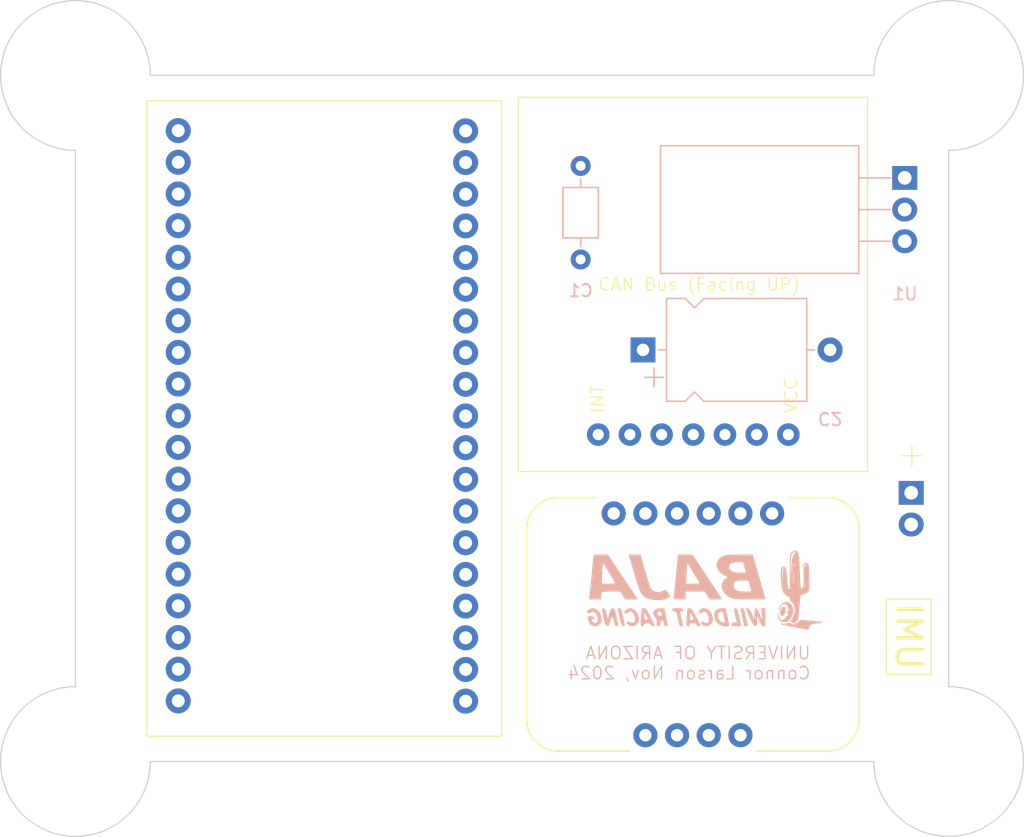
<source format=kicad_pcb>
(kicad_pcb (version 20240108) (generator "pcbnew") (generator_version "8.0")
  (layers (0 "F.Cu" signal) (31 "B.Cu" signal) (34 "B.Paste" user) (35 "F.Paste" user) (36 "B.SilkS" user "B.Silkscreen") (37 "F.SilkS" user "F.Silkscreen") (38 "B.Mask" user) (39 "F.Mask" user) (44 "Edge.Cuts" user))
  (net 0 "")
  (net 2 "Net-(UNIT_1-IO23)")
  (net 6 "Net-(UNIT_1-IO5)")
  (net 8 "GND")
  (net 15 "Net-(UNIT_1-IO18)")
  (net 19 "SI")
  (net 23 "Net-(UNIT_1-IO19)")
  (net 28 "Net-(J1-Pin_1)")
  (net 31 "CS")
  (net 45 "+5v")
  (net 46 "SCK")
  (net 47 "SDA")
  (net 48 "SO")
  (net 49 "SCL")
  (footprint "MountingHole:MountingHole_4.5mm" (layer "F.Cu") (at 180 60)
    (property "Reference" "REF**" (hide yes))
    (property "Value" "MountingHole_4.5mm" (hide yes))
    (pad "" np_thru_hole circle (at 0 0) (size 4.5 4.5) (drill 4.5) (layers "*.Cu" "*.Mask"))
  )
  (footprint "MountingHole:MountingHole_4.5mm" (layer "F.Cu") (at 180 115)
    (property "Reference" "REF**" (hide yes))
    (property "Value" "MountingHole_4.5mm" (hide yes))
    (pad "" np_thru_hole circle (at 0 0) (size 4.5 4.5) (drill 4.5) (layers "*.Cu" "*.Mask"))
  )
  (footprint "Connector_PinHeader_1.00mm:PinHeader_1x02_P1.00mm_Vertical" (layer "F.Cu") (at 177.5 94.5 -90)
    (property "Reference" "J1" (hide yes))
    (property "Value" "+5V")
    (pad "1" thru_hole rect (at -1.04 0.5 270) (size 1.905 2) (drill 1.1) (layers "*.Cu" "*.Mask") (net 28 "Net-(J1-Pin_1)"))
    (pad "2" thru_hole oval (at 1.5 0.5 270) (size 1.905 2) (drill 1.1) (layers "*.Cu" "*.Mask") (net 8 "GND"))
  )
  (footprint "BAJA SAE:HiLetgo CAN Bus (Facing Up)" (layer "F.Cu") (at 159.5 70.75 90)
    (property "Reference" "CAN Bus (Facing UP)" (at -6 0.5 0) (layer "F.SilkS") (effects (font (thickness 0.1))))
    (property "Value" "HiLetgo CAN Bus (Facing Up)")
    (fp_rect (start -21 -14) (end 9 14) (stroke (width 0.1)) (fill none) (layer "F.SilkS"))
    (fp_text user "VCC" (at -16.4 8.45 90) (layer "F.SilkS") (effects (font (thickness 0.1)) (justify left bottom)))
    (fp_text user "INT" (at -16.4 -7.06 90) (layer "F.SilkS") (effects (font (thickness 0.1)) (justify left bottom)))
    (pad "1" thru_hole circle (at -18.04 -7.59 90) (size 1.8 1.8) (drill 0.9) (layers "*.Cu" "*.Mask"))
    (pad "2" thru_hole circle (at -18.04 -5.05 90) (size 1.8 1.8) (drill 0.9) (layers "*.Cu" "*.Mask") (net 15 "Net-(UNIT_1-IO18)"))
    (pad "3" thru_hole circle (at -18.04 -2.51 90) (size 1.8 1.8) (drill 0.9) (layers "*.Cu" "*.Mask") (net 2 "Net-(UNIT_1-IO23)"))
    (pad "4" thru_hole circle (at -18.04 0.03 90) (size 1.8 1.8) (drill 0.9) (layers "*.Cu" "*.Mask") (net 23 "Net-(UNIT_1-IO19)"))
    (pad "5" thru_hole circle (at -18.04 2.57 90) (size 1.8 1.8) (drill 0.9) (layers "*.Cu" "*.Mask") (net 6 "Net-(UNIT_1-IO5)"))
    (pad "6" thru_hole circle (at -18.04 5.11 90) (size 1.8 1.8) (drill 0.9) (layers "*.Cu" "*.Mask") (net 8 "GND"))
    (pad "7" thru_hole circle (at -18.04 7.65 90) (size 1.8 1.8) (drill 0.9) (layers "*.Cu" "*.Mask") (net 45 "+5v"))
  )
  (footprint "MountingHole:MountingHole_4.5mm" (layer "F.Cu") (at 110 60)
    (property "Reference" "REF**" (hide yes))
    (property "Value" "MountingHole_4.5mm" (hide yes))
    (pad "" np_thru_hole circle (at 0 0) (size 4.5 4.5) (drill 4.5) (layers "*.Cu" "*.Mask"))
  )
  (footprint "BAJA SAE:MODULE_ESP32-DEVKITC-32D" (layer "F.Cu") (at 130 83.35)
    (property "Reference" "UNIT_1" (hide yes))
    (property "Value" "ESP32-DEVKITC-32D" (hide yes))
    (fp_rect (start -14.27 -21.32) (end 14.17 29.62) (stroke (width 0.1)) (fill none) (layer "F.SilkS"))
    (pad "J2-1" thru_hole circle (at -11.76 -18.93) (size 2 2) (drill 1.04) (layers "*.Cu" "*.Mask"))
    (pad "J2-2" thru_hole circle (at -11.76 -16.39) (size 2 2) (drill 1.04) (layers "*.Cu" "*.Mask"))
    (pad "J2-3" thru_hole circle (at -11.76 -13.85) (size 2 2) (drill 1.04) (layers "*.Cu" "*.Mask"))
    (pad "J2-4" thru_hole circle (at -11.76 -11.31) (size 2 2) (drill 1.04) (layers "*.Cu" "*.Mask"))
    (pad "J2-5" thru_hole circle (at -11.76 -8.77) (size 2 2) (drill 1.04) (layers "*.Cu" "*.Mask"))
    (pad "J2-6" thru_hole circle (at -11.76 -6.23) (size 2 2) (drill 1.04) (layers "*.Cu" "*.Mask"))
    (pad "J2-7" thru_hole circle (at -11.76 -3.69) (size 2 2) (drill 1.04) (layers "*.Cu" "*.Mask"))
    (pad "J2-8" thru_hole circle (at -11.76 -1.15) (size 2 2) (drill 1.04) (layers "*.Cu" "*.Mask"))
    (pad "J2-9" thru_hole circle (at -11.76 1.39) (size 2 2) (drill 1.04) (layers "*.Cu" "*.Mask"))
    (pad "J2-10" thru_hole circle (at -11.76 3.93) (size 2 2) (drill 1.04) (layers "*.Cu" "*.Mask"))
    (pad "J2-11" thru_hole circle (at -11.76 6.47) (size 2 2) (drill 1.04) (layers "*.Cu" "*.Mask"))
    (pad "J2-12" thru_hole circle (at -11.76 9.01) (size 2 2) (drill 1.04) (layers "*.Cu" "*.Mask"))
    (pad "J2-13" thru_hole circle (at -11.76 11.55) (size 2 2) (drill 1.04) (layers "*.Cu" "*.Mask"))
    (pad "J2-14" thru_hole circle (at -11.76 14.09) (size 2 2) (drill 1.04) (layers "*.Cu" "*.Mask") (net 8 "GND"))
    (pad "J2-15" thru_hole circle (at -11.76 16.63) (size 2 2) (drill 1.04) (layers "*.Cu" "*.Mask"))
    (pad "J2-16" thru_hole circle (at -11.76 19.17) (size 2 2) (drill 1.04) (layers "*.Cu" "*.Mask"))
    (pad "J2-17" thru_hole circle (at -11.76 21.71) (size 2 2) (drill 1.04) (layers "*.Cu" "*.Mask"))
    (pad "J2-18" thru_hole circle (at -11.76 24.25) (size 2 2) (drill 1.04) (layers "*.Cu" "*.Mask"))
    (pad "J2-19" thru_hole circle (at -11.76 26.79) (size 2 2) (drill 1.04) (layers "*.Cu" "*.Mask") (net 45 "+5v"))
    (pad "J3-1" thru_hole circle (at 11.28 -18.91) (size 2 2) (drill 1.04) (layers "*.Cu" "*.Mask") (net 8 "GND"))
    (pad "J3-2" thru_hole circle (at 11.28 -16.37) (size 2 2) (drill 1.04) (layers "*.Cu" "*.Mask") (net 19 "SI"))
    (pad "J3-3" thru_hole circle (at 11.28 -13.83) (size 2 2) (drill 1.04) (layers "*.Cu" "*.Mask") (net 49 "SCL"))
    (pad "J3-4" thru_hole circle (at 11.28 -11.29) (size 2 2) (drill 1.04) (layers "*.Cu" "*.Mask"))
    (pad "J3-5" thru_hole circle (at 11.28 -8.75) (size 2 2) (drill 1.04) (layers "*.Cu" "*.Mask"))
    (pad "J3-6" thru_hole circle (at 11.28 -6.21) (size 2 2) (drill 1.04) (layers "*.Cu" "*.Mask") (net 47 "SDA"))
    (pad "J3-7" thru_hole circle (at 11.28 -3.67) (size 2 2) (drill 1.04) (layers "*.Cu" "*.Mask") (net 8 "GND"))
    (pad "J3-8" thru_hole circle (at 11.28 -1.13) (size 2 2) (drill 1.04) (layers "*.Cu" "*.Mask") (net 48 "SO"))
    (pad "J3-9" thru_hole circle (at 11.28 1.41) (size 2 2) (drill 1.04) (layers "*.Cu" "*.Mask") (net 46 "SCK"))
    (pad "J3-10" thru_hole circle (at 11.28 3.95) (size 2 2) (drill 1.04) (layers "*.Cu" "*.Mask") (net 31 "CS"))
    (pad "J3-11" thru_hole circle (at 11.28 6.49) (size 2 2) (drill 1.04) (layers "*.Cu" "*.Mask"))
    (pad "J3-12" thru_hole circle (at 11.28 9.03) (size 2 2) (drill 1.04) (layers "*.Cu" "*.Mask"))
    (pad "J3-13" thru_hole circle (at 11.28 11.57) (size 2 2) (drill 1.04) (layers "*.Cu" "*.Mask"))
    (pad "J3-14" thru_hole circle (at 11.28 14.11) (size 2 2) (drill 1.04) (layers "*.Cu" "*.Mask"))
    (pad "J3-15" thru_hole circle (at 11.28 16.65) (size 2 2) (drill 1.04) (layers "*.Cu" "*.Mask"))
    (pad "J3-16" thru_hole circle (at 11.28 19.19) (size 2 2) (drill 1.04) (layers "*.Cu" "*.Mask"))
    (pad "J3-17" thru_hole circle (at 11.28 21.73) (size 2 2) (drill 1.04) (layers "*.Cu" "*.Mask"))
    (pad "J3-18" thru_hole circle (at 11.28 24.27) (size 2 2) (drill 1.04) (layers "*.Cu" "*.Mask"))
    (pad "J3-19" thru_hole circle (at 11.28 26.81) (size 2 2) (drill 1.04) (layers "*.Cu" "*.Mask"))
  )
  (footprint "BAJA SAE:MODULE_2472" (layer "F.Cu") (at 159.5 104 180)
    (property "Reference" "UNIT_3" (hide yes))
    (property "Value" "BNO055" (hide yes))
    (fp_line (start 13.335 -7.62) (end 13.335 7.62) (stroke (width 0.127)) (layer "F.SilkS"))
    (fp_line (start 10.795 10.16) (end 7.6352 10.16) (stroke (width 0.127)) (layer "F.SilkS"))
    (fp_line (start 5.0952 -10.16) (end 10.795 -10.16) (stroke (width 0.127)) (layer "F.SilkS"))
    (fp_line (start -7.6352 10.16) (end -10.795 10.16) (stroke (width 0.127)) (layer "F.SilkS"))
    (fp_line (start -10.795 -10.16) (end -5.0952 -10.16) (stroke (width 0.127)) (layer "F.SilkS"))
    (fp_line (start -13.335 7.62) (end -13.335 -7.62) (stroke (width 0.127)) (layer "F.SilkS"))
    (fp_arc (start 13.335 7.62) (mid 12.591051 9.416051) (end 10.795 10.16) (stroke (width 0.127)) (layer "F.SilkS"))
    (fp_arc (start 10.795 -10.16) (mid 12.591051 -9.416051) (end 13.335 -7.62) (stroke (width 0.127)) (layer "F.SilkS"))
    (fp_arc (start -10.795 10.16) (mid -12.591051 9.416051) (end -13.335 7.62) (stroke (width 0.127)) (layer "F.SilkS"))
    (fp_arc (start -13.335 -7.62) (mid -12.591051 -9.416051) (end -10.795 -10.16) (stroke (width 0.127)) (layer "F.SilkS"))
    (pad "1" thru_hole circle (at -6.35 8.89 180) (size 1.9304 1.9304) (drill 1) (layers "*.Cu" "*.Mask") (net 45 "+5v"))
    (pad "2" thru_hole circle (at -3.81 8.89 180) (size 1.9304 1.9304) (drill 1) (layers "*.Cu" "*.Mask"))
    (pad "3" thru_hole circle (at -1.27 8.89 180) (size 1.9304 1.9304) (drill 1) (layers "*.Cu" "*.Mask"))
    (pad "4" thru_hole circle (at 1.27 8.89 180) (size 1.9304 1.9304) (drill 1) (layers "*.Cu" "*.Mask") (net 47 "SDA"))
    (pad "5" thru_hole circle (at 3.81 8.89 180) (size 1.9304 1.9304) (drill 1) (layers "*.Cu" "*.Mask") (net 49 "SCL"))
    (pad "6" thru_hole circle (at 6.35 8.89 180) (size 1.9304 1.9304) (drill 1) (layers "*.Cu" "*.Mask"))
    (pad "7" thru_hole circle (at 3.81 -8.89 180) (size 1.9304 1.9304) (drill 1) (layers "*.Cu" "*.Mask"))
    (pad "8" thru_hole circle (at 1.27 -8.89 180) (size 1.9304 1.9304) (drill 1) (layers "*.Cu" "*.Mask"))
    (pad "9" thru_hole circle (at -1.27 -8.89 180) (size 1.9304 1.9304) (drill 1) (layers "*.Cu" "*.Mask"))
    (pad "10" thru_hole circle (at -3.81 -8.89 180) (size 1.9304 1.9304) (drill 1) (layers "*.Cu" "*.Mask"))
  )
  (footprint "MountingHole:MountingHole_4.5mm" (layer "F.Cu") (at 110 115)
    (property "Reference" "REF**" (hide yes))
    (property "Value" "MountingHole_4.5mm" (hide yes))
    (pad "" np_thru_hole circle (at 0 0) (size 4.5 4.5) (drill 4.5) (layers "*.Cu" "*.Mask"))
  )
  (footprint "Capacitor_THT:C_Axial_L3.8mm_D2.6mm_P7.50mm_Horizontal" (layer "B.Cu") (at 150.5 74.75 90)
    (property "Reference" "C1" (at -2.5 0 0) (layer "B.SilkS") (effects (justify mirror)))
    (property "Value" ".33u")
    (fp_line (start 5.77 -1.42) (end 1.73 -1.42) (stroke (width 0.12)) (layer "B.SilkS"))
    (fp_line (start 1.73 -1.42) (end 1.73 1.42) (stroke (width 0.12)) (layer "B.SilkS"))
    (fp_line (start 5.77 0) (end 6.46 0) (stroke (width 0.12)) (layer "B.SilkS"))
    (fp_line (start 1.73 0) (end 1.04 0) (stroke (width 0.12)) (layer "B.SilkS"))
    (fp_line (start 5.77 1.42) (end 5.77 -1.42) (stroke (width 0.12)) (layer "B.SilkS"))
    (fp_line (start 1.73 1.42) (end 5.77 1.42) (stroke (width 0.12)) (layer "B.SilkS"))
    (pad "1" thru_hole circle (at 0 0 90) (size 1.6 1.6) (drill 0.8) (layers "*.Cu" "*.Mask") (net 28 "Net-(J1-Pin_1)"))
    (pad "2" thru_hole oval (at 7.5 0 90) (size 1.6 1.6) (drill 0.8) (layers "*.Cu" "*.Mask") (net 8 "GND"))
  )
  (footprint "BAJA SAE:Baja Logo" (layer "B.Cu") (at 160.5 101.25 180)
    (property "Reference" "G***" (hide yes))
    (property "Value" "LOGO" (hide yes))
    (fp_poly (pts (xy -6.150348 -1.386464) (xy -6.047882 -1.527298) (xy -5.981696 -1.710629) (xy -5.972291 -1.894405) (xy -5.978448 -1.925236) (xy -6.052756 -2.061477) (xy -6.163169 -2.089719) (xy -6.284948 -2.013076) (xy -6.375404 -1.875262) (xy -6.439841 -1.66625) (xy -6.434342 -1.485397) (xy -6.365006 -1.363829) (xy -6.268591 -1.330174)) (fill solid) (layer "B.SilkS"))
    (fp_poly (pts (xy 6.957772 -1.460167) (xy 7.000893 -1.483375) (xy 7.016623 -1.546401) (xy 7.004794 -1.669164) (xy 6.965236 -1.871582) (xy 6.89778 -2.173575) (xy 6.88071 -2.248628) (xy 6.811382 -2.539312) (xy 6.755864 -2.727888) (xy 6.704498 -2.836742) (xy 6.647628 -2.888258) (xy 6.59872 -2.902286) (xy 6.4878 -2.887686) (xy 6.460848 -2.840987) (xy 6.473704 -2.747978) (xy 6.508416 -2.561267) (xy 6.559204 -2.310781) (xy 6.602392 -2.108152) (xy 6.668095 -1.816411) (xy 6.719312 -1.627234) (xy 6.765593 -1.518802) (xy 6.816485 -1.469297) (xy 6.881539 -1.4569) (xy 6.887429 -1.456858)) (fill solid) (layer "B.SilkS"))
    (fp_poly (pts (xy -2.822678 -1.477591) (xy -2.808262 -1.553555) (xy -2.812183 -1.567706) (xy -2.839246 -1.67266) (xy -2.8832 -1.859133) (xy -2.936797 -2.09447) (xy -2.992791 -2.346015) (xy -3.043934 -2.581116) (xy -3.082979 -2.767117) (xy -3.102678 -2.871364) (xy -3.10374 -2.881374) (xy -3.158212 -2.905475) (xy -3.266363 -2.913716) (xy -3.383359 -2.893443) (xy -3.401988 -2.819312) (xy -3.39792 -2.802868) (xy -3.371381 -2.695621) (xy -3.325314 -2.497498) (xy -3.267295 -2.241373) (xy -3.230098 -2.074439) (xy -3.165654 -1.792866) (xy -3.115689 -1.612884) (xy -3.069457 -1.511936) (xy -3.016215 -1.467465) (xy -2.945217 -1.456916) (xy -2.935918 -1.456858)) (fill solid) (layer "B.SilkS"))
    (fp_poly (pts (xy -2.346638 -1.462554) (xy -2.303175 -1.49419) (xy -2.292639 -1.57359) (xy -2.314263 -1.722575) (xy -2.367283 -1.96297) (xy -2.401021 -2.10611) (xy -2.517416 -2.597007) (xy -2.303845 -2.597007) (xy -2.157459 -2.609929) (xy -2.099026 -2.667304) (xy -2.090274 -2.755361) (xy -2.098321 -2.843123) (xy -2.142293 -2.890506) (xy -2.251938 -2.909904) (xy -2.457003 -2.913712) (xy -2.470324 -2.913716) (xy -2.712693 -2.901845) (xy -2.833998 -2.865773) (xy -2.850374 -2.836581) (xy -2.837537 -2.745507) (xy -2.802871 -2.560476) (xy -2.752144 -2.31117) (xy -2.70883 -2.108152) (xy -2.643127 -1.816411) (xy -2.59191 -1.627234) (xy -2.545629 -1.518802) (xy -2.494737 -1.469297) (xy -2.429683 -1.4569) (xy -2.423793 -1.456858)) (fill solid) (layer "B.SilkS"))
    (fp_poly (pts (xy 0.355407 -1.513633) (xy 0.443392 -1.583541) (xy 0.54756 -1.735184) (xy 0.550654 -1.849614) (xy 0.47488 -1.902403) (xy 0.342443 -1.869121) (xy 0.247058 -1.799528) (xy 0.098141 -1.727697) (xy -0.045245 -1.776957) (xy -0.17296 -1.941798) (xy -0.223826 -2.055366) (xy -0.284763 -2.300847) (xy -0.270221 -2.490533) (xy -0.190875 -2.60739) (xy -0.057399 -2.634384) (xy 0.098129 -2.569119) (xy 0.211454 -2.509435) (xy 0.284349 -2.531512) (xy 0.324681 -2.574942) (xy 0.368261 -2.659187) (xy 0.322552 -2.739776) (xy 0.260131 -2.794292) (xy 0.049326 -2.894385) (xy -0.186056 -2.900905) (xy -0.395444 -2.814512) (xy -0.430681 -2.785279) (xy -0.571893 -2.593057) (xy -0.6137 -2.358739) (xy -0.56967 -2.088771) (xy -0.452454 -1.816995) (xy -0.278424 -1.612165) (xy -0.070494 -1.485709) (xy 0.148421 -1.449056)) (fill solid) (layer "B.SilkS"))
    (fp_poly (pts (xy 2.455012 -1.460389) (xy 2.586365 -1.476268) (xy 2.645695 -1.512426) (xy 2.660296 -1.576793) (xy 2.66035 -1.583541) (xy 2.622098 -1.683843) (xy 2.506264 -1.710224) (xy 2.432972 -1.713375) (xy 2.379725 -1.73687) (xy 2.336976 -1.801777) (xy 2.295178 -1.929164) (xy 2.244782 -2.140095) (xy 2.183314 -2.422818) (xy 2.126885 -2.669055) (xy 2.079861 -2.815891) (xy 2.028931 -2.888555) (xy 1.960786 -2.912278) (xy 1.924355 -2.913716) (xy 1.8136 -2.893279) (xy 1.796567 -2.808646) (xy 1.803985 -2.771197) (xy 1.894675 -2.37571) (xy 1.959176 -2.089808) (xy 2.000488 -1.8998) (xy 2.02161 -1.791995) (xy 2.025997 -1.75773) (xy 1.972666 -1.721517) (xy 1.874509 -1.710224) (xy 1.764316 -1.689117) (xy 1.749775 -1.606875) (xy 1.755213 -1.583541) (xy 1.787817 -1.515898) (xy 1.860819 -1.477535) (xy 2.00364 -1.460508) (xy 2.224346 -1.456858)) (fill solid) (layer "B.SilkS"))
    (fp_poly (pts (xy 6.205096 -1.4923) (xy 6.356917 -1.579925) (xy 6.468548 -1.691676) (xy 6.506446 -1.7995) (xy 6.495417 -1.832218) (xy 6.396028 -1.894352) (xy 6.26904 -1.882874) (xy 6.184576 -1.805237) (xy 6.100219 -1.71743) (xy 5.97428 -1.724556) (xy 5.83852 -1.818257) (xy 5.763396 -1.916085) (xy 5.670025 -2.135006) (xy 5.64154 -2.353717) (xy 5.680018 -2.530775) (xy 5.72938 -2.594485) (xy 5.842465 -2.634712) (xy 5.973941 -2.621813) (xy 6.066737 -2.566721) (xy 6.080798 -2.527169) (xy 6.125728 -2.501538) (xy 6.205123 -2.532403) (xy 6.293289 -2.624702) (xy 6.264332 -2.730865) (xy 6.123867 -2.833372) (xy 6.106004 -2.841794) (xy 5.839435 -2.909628) (xy 5.606387 -2.856038) (xy 5.476174 -2.758241) (xy 5.350908 -2.552172) (xy 5.319253 -2.3055) (xy 5.368684 -2.046792) (xy 5.486681 -1.804615) (xy 5.66072 -1.607537) (xy 5.87828 -1.484126) (xy 6.046628 -1.456858)) (fill solid) (layer "B.SilkS"))
    (fp_poly (pts (xy -1.024944 -1.501421) (xy -0.822571 -1.632283) (xy -0.714477 -1.845199) (xy -0.696856 -2.008218) (xy -0.752663 -2.342767) (xy -0.910193 -2.61271) (xy -1.155059 -2.804103) (xy -1.472873 -2.902999) (xy -1.631047 -2.913617) (xy -1.806249 -2.902678) (xy -1.885805 -2.86154) (xy -1.900608 -2.802868) (xy -1.887482 -2.695842) (xy -1.855135 -2.516204) (xy -1.566087 -2.516204) (xy -1.555521 -2.587209) (xy -1.470151 -2.603361) (xy -1.345574 -2.571932) (xy -1.217391 -2.500198) (xy -1.144747 -2.430111) (xy -1.045523 -2.240956) (xy -1.01425 -2.039455) (xy -1.051485 -1.867257) (xy -1.135985 -1.775794) (xy -1.263012 -1.722621) (xy -1.346135 -1.741367) (xy -1.404779 -1.849848) (xy -1.458364 -2.065878) (xy -1.459807 -2.072813) (xy -1.505953 -2.283908) (xy -1.546356 -2.449647) (xy -1.566087 -2.516204) (xy -1.855135 -2.516204) (xy -1.851884 -2.498149) (xy -1.799978 -2.242524) (xy -1.763454 -2.074439) (xy -1.625942 -1.456858) (xy -1.316825 -1.456858)) (fill solid) (layer "B.SilkS"))
    (fp_poly (pts (xy 9.207495 -1.492935) (xy 9.37541 -1.583063) (xy 9.48301 -1.700087) (xy 9.501247 -1.766789) (xy 9.45167 -1.843228) (xy 9.337711 -1.864441) (xy 9.211533 -1.824864) (xy 9.179918 -1.801055) (xy 9.028503 -1.730662) (xy 8.877139 -1.779111) (xy 8.742338 -1.939636) (xy 8.715589 -1.991327) (xy 8.639537 -2.221473) (xy 8.630229 -2.422378) (xy 8.676953 -2.574111) (xy 8.768995 -2.656737) (xy 8.895641 -2.650323) (xy 9.021661 -2.560812) (xy 9.111341 -2.43708) (xy 9.088575 -2.36285) (xy 8.98987 -2.343641) (xy 8.888897 -2.30952) (xy 8.879568 -2.232793) (xy 8.943683 -2.16178) (xy 9.075882 -2.112808) (xy 9.231617 -2.091225) (xy 9.36634 -2.102378) (xy 9.4355 -2.151615) (xy 9.437552 -2.165809) (xy 9.405842 -2.372543) (xy 9.32721 -2.58937) (xy 9.224056 -2.762192) (xy 9.167983 -2.816836) (xy 8.961031 -2.89987) (xy 8.731289 -2.90188) (xy 8.533045 -2.825121) (xy 8.489392 -2.788643) (xy 8.357929 -2.577212) (xy 8.318562 -2.324919) (xy 8.359741 -2.06068) (xy 8.469916 -1.813412) (xy 8.637538 -1.612034) (xy 8.851057 -1.485463) (xy 9.021312 -1.456858)) (fill solid) (layer "B.SilkS"))
    (fp_poly (pts (xy -7.654053 -2.402296) (xy -7.581566 -2.422053) (xy -7.554846 -2.453547) (xy -7.481472 -2.533546) (xy -7.336969 -2.63141) (xy -7.276328 -2.66441) (xy -7.114003 -2.739091) (xy -7.009127 -2.753137) (xy -6.910047 -2.710302) (xy -6.882959 -2.693004) (xy -6.744629 -2.631889) (xy -6.592145 -2.647756) (xy -6.533611 -2.666556) (xy -6.340888 -2.70434) (xy -6.168493 -2.695843) (xy -6.049475 -2.683125) (xy -6.030868 -2.732256) (xy -6.096009 -2.761441) (xy -6.262066 -2.806111) (xy -6.504881 -2.861618) (xy -6.800297 -2.923312) (xy -7.124156 -2.986546) (xy -7.4523 -3.04667) (xy -7.760573 -3.099035) (xy -8.024816 -3.138994) (xy -8.220872 -3.161897) (xy -8.28192 -3.165433) (xy -8.339884 -3.111051) (xy -8.361097 -2.981548) (xy -8.369818 -2.875834) (xy -8.415829 -2.811557) (xy -8.5289 -2.767868) (xy -8.725311 -2.726489) (xy -8.963523 -2.677714) (xy -9.180743 -2.627779) (xy -9.279551 -2.601781) (xy -9.469576 -2.546598) (xy -9.279551 -2.536449) (xy -9.1417 -2.525849) (xy -8.911272 -2.504754) (xy -8.621633 -2.476328) (xy -8.338593 -2.447166) (xy -8.012126 -2.415019) (xy -7.79076 -2.400007)) (fill solid) (layer "B.SilkS"))
    (fp_poly (pts (xy 5.89815 2.848279) (xy 6.065337 2.842738) (xy 6.14227 2.834871) (xy 6.14414 2.833356) (xy 6.127466 2.770319) (xy 6.080685 2.602689) (xy 6.008653 2.347632) (xy 5.916231 2.022317) (xy 5.808276 1.643911) (xy 5.738362 1.399549) (xy 5.582521 0.867181) (xy 5.448838 0.442981) (xy 5.32988 0.111937) (xy 5.218217 -0.140961) (xy 5.106415 -0.330724) (xy 4.987042 -0.472365) (xy 4.852667 -0.580894) (xy 4.718953 -0.659446) (xy 4.456025 -0.750201) (xy 4.117854 -0.80214) (xy 3.75023 -0.813864) (xy 3.39894 -0.783978) (xy 3.109773 -0.711085) (xy 3.103741 -0.708702) (xy 2.916407 -0.615394) (xy 2.838881 -0.514133) (xy 2.866817 -0.380738) (xy 2.995866 -0.191029) (xy 3.007933 -0.17582) (xy 3.181857 0.042153) (xy 3.412001 -0.077931) (xy 3.687388 -0.164257) (xy 3.965738 -0.154053) (xy 4.207034 -0.05142) (xy 4.280828 0.011105) (xy 4.370625 0.152893) (xy 4.478204 0.414035) (xy 4.604411 0.796755) (xy 4.686906 1.076808) (xy 4.791264 1.442091) (xy 4.89513 1.804171) (xy 4.988072 2.126776) (xy 5.059658 2.373635) (xy 5.074036 2.422818) (xy 5.19938 2.850374) (xy 5.67176 2.850374)) (fill solid) (layer "B.SilkS"))
    (fp_poly (pts (xy 5.020255 -1.461094) (xy 5.075902 -1.490704) (xy 5.10944 -1.571035) (xy 5.13158 -1.727438) (xy 5.152577 -1.979426) (xy 5.179115 -2.342223) (xy 5.191882 -2.597467) (xy 5.189332 -2.763698) (xy 5.16992 -2.859457) (xy 5.132102 -2.903283) (xy 5.07472 -2.913716) (xy 4.96326 -2.860216) (xy 4.922296 -2.787032) (xy 4.860142 -2.693914) (xy 4.718542 -2.661192) (xy 4.676778 -2.660349) (xy 4.476818 -2.701378) (xy 4.385274 -2.787032) (xy 4.299995 -2.863591) (xy 4.184156 -2.911837) (xy 4.086407 -2.917976) (xy 4.053866 -2.88099) (xy 4.08067 -2.814998) (xy 4.153762 -2.658936) (xy 4.262158 -2.435732) (xy 4.304179 -2.351063) (xy 4.636469 -2.351063) (xy 4.699482 -2.402436) (xy 4.750624 -2.406982) (xy 4.827915 -2.389735) (xy 4.864952 -2.316822) (xy 4.874827 -2.15649) (xy 4.874652 -2.10611) (xy 4.871997 -1.805237) (xy 4.750624 -2.026932) (xy 4.653516 -2.230771) (xy 4.636469 -2.351063) (xy 4.304179 -2.351063) (xy 4.394876 -2.168316) (xy 4.402774 -2.152561) (xy 4.551753 -1.859899) (xy 4.660391 -1.662891) (xy 4.742897 -1.54285) (xy 4.813479 -1.481094) (xy 4.886344 -1.458936) (xy 4.93179 -1.456858)) (fill solid) (layer "B.SilkS"))
    (fp_poly (pts (xy 7.519941 -1.473388) (xy 7.583573 -1.540112) (xy 7.644939 -1.682729) (xy 7.707912 -1.884414) (xy 7.833036 -2.31197) (xy 7.926971 -1.900249) (xy 7.986169 -1.671561) (xy 8.04269 -1.540953) (xy 8.111274 -1.481026) (xy 8.159331 -1.468288) (xy 8.23331 -1.466029) (xy 8.276722 -1.497477) (xy 8.289397 -1.580839) (xy 8.271162 -1.734318) (xy 8.221847 -1.976121) (xy 8.151692 -2.280299) (xy 8.081666 -2.562673) (xy 8.025217 -2.743494) (xy 7.972052 -2.845621) (xy 7.911875 -2.891914) (xy 7.871774 -2.901901) (xy 7.789399 -2.896721) (xy 7.728109 -2.835418) (xy 7.669708 -2.692006) (xy 7.62785 -2.553521) (xy 7.551761 -2.300162) (xy 7.496906 -2.166361) (xy 7.452837 -2.149017) (xy 7.409105 -2.245031) (xy 7.355263 -2.451303) (xy 7.350502 -2.471231) (xy 7.289471 -2.698643) (xy 7.232101 -2.828492) (xy 7.162959 -2.888447) (xy 7.1101 -2.902286) (xy 6.999437 -2.904345) (xy 6.967581 -2.88578) (xy 6.980669 -2.808443) (xy 7.015105 -2.64041) (xy 7.063653 -2.414399) (xy 7.119075 -2.163129) (xy 7.174135 -1.919319) (xy 7.221594 -1.715687) (xy 7.254215 -1.584953) (xy 7.259139 -1.567706) (xy 7.343921 -1.477923) (xy 7.437807 -1.456858)) (fill solid) (layer "B.SilkS"))
    (fp_poly (pts (xy 3.894099 -1.498215) (xy 4.083145 -1.610966) (xy 4.173425 -1.77813) (xy 4.155549 -1.982728) (xy 4.026619 -2.200148) (xy 3.925582 -2.350187) (xy 3.896407 -2.505876) (xy 3.908276 -2.648399) (xy 3.924104 -2.81556) (xy 3.902887 -2.892472) (xy 3.831572 -2.913277) (xy 3.806851 -2.913716) (xy 3.716757 -2.902912) (xy 3.660095 -2.849956) (xy 3.616109 -2.724027) (xy 3.582887 -2.581172) (xy 3.524409 -2.439744) (xy 3.449901 -2.413998) (xy 3.37844 -2.497896) (xy 3.332784 -2.660349) (xy 3.287711 -2.834899) (xy 3.217174 -2.907642) (xy 3.176891 -2.913716) (xy 3.059293 -2.895195) (xy 3.02365 -2.875852) (xy 3.003638 -2.788899) (xy 3.008833 -2.765004) (xy 3.031644 -2.674952) (xy 3.074387 -2.491645) (xy 3.130025 -2.245607) (xy 3.168023 -2.074439) (xy 3.18804 -1.983634) (xy 3.484761 -1.983634) (xy 3.514568 -2.066056) (xy 3.626184 -2.081717) (xy 3.65798 -2.078646) (xy 3.788545 -2.038213) (xy 3.831059 -1.935394) (xy 3.83217 -1.901117) (xy 3.789799 -1.761824) (xy 3.713077 -1.720695) (xy 3.579793 -1.748595) (xy 3.499208 -1.875276) (xy 3.484761 -1.983634) (xy 3.18804 -1.983634) (xy 3.304165 -1.456858) (xy 3.615674 -1.456858)) (fill solid) (layer "B.SilkS"))
    (fp_poly (pts (xy 1.354643 -1.461107) (xy 1.408252 -1.490275) (xy 1.441187 -1.568989) (xy 1.463014 -1.72188) (xy 1.483299 -1.973576) (xy 1.486048 -2.011097) (xy 1.50608 -2.283217) (xy 1.523968 -2.523392) (xy 1.536689 -2.691114) (xy 1.53924 -2.723691) (xy 1.519935 -2.850691) (xy 1.41623 -2.901256) (xy 1.409352 -2.902286) (xy 1.297774 -2.890286) (xy 1.266836 -2.792935) (xy 1.266833 -2.791438) (xy 1.246616 -2.705406) (xy 1.163362 -2.667712) (xy 1.017735 -2.660349) (xy 0.841299 -2.676609) (xy 0.751921 -2.736097) (xy 0.728429 -2.787032) (xy 0.635414 -2.893488) (xy 0.534136 -2.913716) (xy 0.417047 -2.899876) (xy 0.38005 -2.87437) (xy 0.407659 -2.806122) (xy 0.482929 -2.64883) (xy 0.594523 -2.425558) (xy 0.619647 -2.376593) (xy 0.950125 -2.376593) (xy 1.000272 -2.404116) (xy 1.106475 -2.403165) (xy 1.202375 -2.377878) (xy 1.224602 -2.359476) (xy 1.233043 -2.271944) (xy 1.21891 -2.112313) (xy 1.210704 -2.058603) (xy 1.168219 -1.805237) (xy 1.059172 -2.075721) (xy 0.994139 -2.243066) (xy 0.955129 -2.3551) (xy 0.950125 -2.376593) (xy 0.619647 -2.376593) (xy 0.731106 -2.159368) (xy 0.738079 -2.145941) (xy 0.891775 -1.854899) (xy 1.004062 -1.659122) (xy 1.089247 -1.540101) (xy 1.161639 -1.479327) (xy 1.235547 -1.458294) (xy 1.270797 -1.456858)) (fill solid) (layer "B.SilkS"))
    (fp_poly (pts (xy 9.113508 1.314339) (xy 9.15553 0.870088) (xy 9.195737 0.453348) (xy 9.232009 0.085463) (xy 9.262223 -0.212219) (xy 9.284259 -0.418353) (xy 9.292894 -0.490898) (xy 9.328442 -0.7601) (xy 8.84477 -0.7601) (xy 8.361098 -0.7601) (xy 8.361098 -0.543584) (xy 8.357564 -0.372839) (xy 8.333367 -0.256555) (xy 8.268106 -0.184323) (xy 8.141385 -0.145731) (xy 7.932805 -0.13037) (xy 7.62197 -0.127828) (xy 7.546715 -0.12794) (xy 6.809227 -0.129197) (xy 6.621947 -0.444648) (xy 6.434666 -0.7601) (xy 5.941024 -0.7601) (xy 5.709061 -0.756339) (xy 5.53562 -0.746364) (xy 5.451072 -0.732135) (xy 5.447382 -0.728244) (xy 5.481254 -0.669866) (xy 5.577441 -0.51864) (xy 5.7278 -0.287001) (xy 5.924191 0.012615) (xy 6.158469 0.367774) (xy 6.283491 0.556363) (xy 7.231505 0.556363) (xy 7.280068 0.53412) (xy 7.427833 0.517033) (xy 7.647341 0.507708) (xy 7.754074 0.506733) (xy 8.297756 0.506733) (xy 8.289888 0.902619) (xy 8.278865 1.193405) (xy 8.258843 1.521688) (xy 8.242382 1.724601) (xy 8.202744 2.150698) (xy 7.727681 1.378345) (xy 7.556261 1.098633) (xy 7.409305 0.856914) (xy 7.299323 0.673911) (xy 7.238823 0.570348) (xy 7.231505 0.556363) (xy 6.283491 0.556363) (xy 6.422494 0.76604) (xy 6.629432 1.076993) (xy 7.811483 2.850374) (xy 8.390577 2.850374) (xy 8.96967 2.850374)) (fill solid) (layer "B.SilkS"))
    (fp_poly (pts (xy -6.196559 -1.064439) (xy -6.132059 -1.124314) (xy -5.957967 -1.342816) (xy -5.851344 -1.543801) (xy -5.827431 -1.65614) (xy -5.852003 -1.652915) (xy -5.915096 -1.557717) (xy -5.96995 -1.455688) (xy -6.117511 -1.234224) (xy -6.268512 -1.139083) (xy -6.42105 -1.147257) (xy -6.547346 -1.220507) (xy -6.606414 -1.328987) (xy -6.60036 -1.380724) (xy -6.622208 -1.4788) (xy -6.690434 -1.555069) (xy -6.759353 -1.616623) (xy -6.723895 -1.617452) (xy -6.706703 -1.611785) (xy -6.619705 -1.633497) (xy -6.561793 -1.730203) (xy -6.55198 -1.850616) (xy -6.589605 -1.92766) (xy -6.648056 -2.022723) (xy -6.59482 -2.06697) (xy -6.544412 -2.067401) (xy -6.444384 -2.115999) (xy -6.392372 -2.216957) (xy -6.356944 -2.311557) (xy -6.338464 -2.31197) (xy -6.301444 -2.305729) (xy -6.237137 -2.371583) (xy -6.168616 -2.437605) (xy -6.144139 -2.419089) (xy -6.093183 -2.351865) (xy -6.051044 -2.343641) (xy -5.97448 -2.286062) (xy -5.892617 -2.132102) (xy -5.860073 -2.042768) (xy -5.762197 -1.741895) (xy -5.789622 -2.017323) (xy -5.865221 -2.290842) (xy -6.014816 -2.484979) (xy -6.215105 -2.589105) (xy -6.442785 -2.592591) (xy -6.674554 -2.484809) (xy -6.725045 -2.443995) (xy -6.886711 -2.233518) (xy -7.001936 -1.952264) (xy -7.052612 -1.652928) (xy -7.047277 -1.506297) (xy -6.966858 -1.251405) (xy -6.815572 -1.068919) (xy -6.619423 -0.969694) (xy -6.404417 -0.964583)) (fill solid) (layer "B.SilkS"))
    (fp_poly (pts (xy -4.528927 -1.900249) (xy -4.546587 -2.118165) (xy -4.551355 -2.276389) (xy -4.54237 -2.343195) (xy -4.540953 -2.343641) (xy -4.504033 -2.28919) (xy -4.436038 -2.145188) (xy -4.350483 -1.940661) (xy -4.334493 -1.900249) (xy -4.227188 -1.652049) (xy -4.138828 -1.510218) (xy -4.058443 -1.458024) (xy -4.043858 -1.456858) (xy -3.982945 -1.471561) (xy -3.947217 -1.533105) (xy -3.92984 -1.667645) (xy -3.923981 -1.901333) (xy -3.923867 -1.916085) (xy -3.920553 -2.375312) (xy -3.741437 -1.93192) (xy -3.640857 -1.698504) (xy -3.560342 -1.560187) (xy -3.480958 -1.491538) (xy -3.396373 -1.468486) (xy -3.27417 -1.463558) (xy -3.230424 -1.478675) (xy -3.254984 -1.544866) (xy -3.321838 -1.702644) (xy -3.420746 -1.92832) (xy -3.540239 -2.195476) (xy -3.677178 -2.492022) (xy -3.778674 -2.690145) (xy -3.857306 -2.808649) (xy -3.925653 -2.866341) (xy -3.996292 -2.882025) (xy -3.999466 -2.882045) (xy -4.080119 -2.874069) (xy -4.123642 -2.830947) (xy -4.139849 -2.723882) (xy -4.138555 -2.52408) (xy -4.137268 -2.477717) (xy -4.136548 -2.260122) (xy -4.153683 -2.156251) (xy -4.194024 -2.167768) (xy -4.262923 -2.296338) (xy -4.36573 -2.543624) (xy -4.368053 -2.549501) (xy -4.458417 -2.756742) (xy -4.535166 -2.868338) (xy -4.619486 -2.910452) (xy -4.662967 -2.913716) (xy -4.727705 -2.909846) (xy -4.770654 -2.883861) (xy -4.796283 -2.814192) (xy -4.809065 -2.679271) (xy -4.813469 -2.457532) (xy -4.813965 -2.185287) (xy -4.813965 -1.456858) (xy -4.649182 -1.456858) (xy -4.484399 -1.456858)) (fill solid) (layer "B.SilkS"))
    (fp_poly (pts (xy 1.901583 2.848842) (xy 2.07498 2.840407) (xy 2.169565 2.819316) (xy 2.209274 2.779813) (xy 2.21804 2.716143) (xy 2.218139 2.707856) (xy 2.224665 2.606833) (xy 2.24237 2.398933) (xy 2.269472 2.103299) (xy 2.304188 1.739073) (xy 2.344735 1.325397) (xy 2.375954 1.013467) (xy 2.419428 0.57859) (xy 2.45831 0.181679) (xy 2.490838 -0.15861) (xy 2.515248 -0.423623) (xy 2.529776 -0.594704) (xy 2.533127 -0.649252) (xy 2.517342 -0.706428) (xy 2.452378 -0.740009) (xy 2.312856 -0.755921) (xy 2.073398 -0.760093) (xy 2.058604 -0.7601) (xy 1.583542 -0.7601) (xy 1.583542 -0.443391) (xy 1.583542 -0.126683) (xy 0.820825 -0.126683) (xy 0.058109 -0.126683) (xy -0.138767 -0.443391) (xy -0.335644 -0.7601) (xy -0.832909 -0.7601) (xy -1.06581 -0.756365) (xy -1.240301 -0.746455) (xy -1.326119 -0.732307) (xy -1.330174 -0.728244) (xy -1.296302 -0.669866) (xy -1.200116 -0.51864) (xy -1.049756 -0.287001) (xy -0.853365 0.012615) (xy -0.619087 0.367774) (xy -0.495472 0.55424) (xy 0.46346 0.55424) (xy 0.508988 0.532947) (xy 0.654129 0.516589) (xy 0.871836 0.507665) (xy 0.978058 0.506733) (xy 1.5202 0.506733) (xy 1.514651 0.997631) (xy 1.506078 1.288922) (xy 1.488956 1.579552) (xy 1.467145 1.805237) (xy 1.425187 2.121945) (xy 0.958096 1.361846) (xy 0.787752 1.084461) (xy 0.641174 0.845437) (xy 0.531154 0.665655) (xy 0.47048 0.565996) (xy 0.46346 0.55424) (xy -0.495472 0.55424) (xy -0.355062 0.76604) (xy -0.148124 1.076993) (xy 1.033927 2.850374) (xy 1.625442 2.850374)) (fill solid) (layer "B.SilkS"))
    (fp_poly (pts (xy -2.736844 2.848983) (xy -2.250157 2.842472) (xy -1.871799 2.821218) (xy -1.583814 2.780486) (xy -1.368241 2.715538) (xy -1.207124 2.621637) (xy -1.082504 2.494047) (xy -1.015011 2.39483) (xy -0.90904 2.112351) (xy -0.918628 1.824764) (xy -1.035136 1.551917) (xy -1.249923 1.313659) (xy -1.554349 1.129838) (xy -1.568281 1.123893) (xy -1.773813 1.037473) (xy -1.586201 0.898765) (xy -1.431989 0.730925) (xy -1.326109 0.518131) (xy -1.325536 0.516231) (xy -1.303156 0.234116) (xy -1.389864 -0.04988) (xy -1.570405 -0.3134) (xy -1.829524 -0.534088) (xy -2.147232 -0.68801) (xy -2.26154 -0.707173) (xy -2.468765 -0.72403) (xy -2.746456 -0.738271) (xy -3.072164 -0.749583) (xy -3.423438 -0.757655) (xy -3.777828 -0.762175) (xy -4.112884 -0.762831) (xy -4.406156 -0.759311) (xy -4.635194 -0.751304) (xy -4.777547 -0.738497) (xy -4.813965 -0.725042) (xy -4.797311 -0.657677) (xy -4.750886 -0.487264) (xy -4.679991 -0.232486) (xy -4.636904 -0.079177) (xy -3.672955 -0.079177) (xy -3.61648 -0.110638) (xy -3.467999 -0.126699) (xy -3.261077 -0.128694) (xy -3.029281 -0.117961) (xy -2.806178 -0.095834) (xy -2.625333 -0.06365) (xy -2.538196 -0.034013) (xy -2.374969 0.085156) (xy -2.296657 0.249442) (xy -2.280299 0.440888) (xy -2.3288 0.596815) (xy -2.478104 0.697827) (xy -2.733913 0.746218) (xy -3.042117 0.747562) (xy -3.445068 0.728429) (xy -3.558581 0.348379) (xy -3.618154 0.142271) (xy -3.659581 -0.013745) (xy -3.672955 -0.079177) (xy -4.636904 -0.079177) (xy -4.589927 0.087972) (xy -4.485996 0.455428) (xy -4.373499 0.851198) (xy -4.257739 1.256599) (xy -4.206016 1.436867) (xy -3.230424 1.436867) (xy -3.17346 1.406392) (xy -3.025584 1.392066) (xy -2.821319 1.3923) (xy -2.595188 1.405508) (xy -2.381715 1.4301) (xy -2.215424 1.46449) (xy -2.158146 1.486186) (xy -2.01892 1.582743) (xy -1.939596 1.681392) (xy -1.899323 1.898602) (xy -1.968613 2.058573) (xy -2.149113 2.162637) (xy -2.442472 2.212126) (xy -2.602754 2.216958) (xy -3.023705 2.216958) (xy -3.127064 1.848588) (xy -3.182015 1.646066) (xy -3.219501 1.495134) (xy -3.230424 1.436867) (xy -4.206016 1.436867) (xy -4.144017 1.652948) (xy -4.037635 2.02156) (xy -3.943894 2.343753) (xy -3.920717 2.422818) (xy -3.795134 2.850374)) (fill solid) (layer "B.SilkS"))
    (fp_poly (pts (xy -7.052322 3.122443) (xy -6.91528 3.020481) (xy -6.871124 2.968594) (xy -6.837542 2.907989) (xy -6.813059 2.821792) (xy -6.796201 2.693129) (xy -6.785494 2.505126) (xy -6.779464 2.240909) (xy -6.776635 1.883605) (xy -6.775541 1.421105) (xy -6.774011 0.953694) (xy -6.770308 0.599936) (xy -6.763563 0.34681) (xy -6.752909 0.181293) (xy -6.737476 0.090361) (xy -6.716397 0.060992) (xy -6.688803 0.080164) (xy -6.686341 0.083335) (xy -6.639578 0.207175) (xy -6.598199 0.437851) (xy -6.565439 0.755535) (xy -6.557132 0.875106) (xy -6.529443 1.257193) (xy -6.498134 1.530448) (xy -6.458616 1.711815) (xy -6.257773 1.711815) (xy -6.244375 1.646883) (xy -6.225796 1.508436) (xy -6.208818 1.287148) (xy -6.196674 1.026853) (xy -6.195321 0.981796) (xy -6.18143 0.475063) (xy -6.160301 1.030489) (xy -6.157776 1.330755) (xy -6.173806 1.55957) (xy -6.206454 1.690668) (xy -6.209356 1.695576) (xy -6.255967 1.757146) (xy -6.257773 1.711815) (xy -6.458616 1.711815) (xy -6.458419 1.71272) (xy -6.405511 1.821854) (xy -6.334625 1.875697) (xy -6.285413 1.888333) (xy -6.160907 1.850219) (xy -6.077939 1.69458) (xy -6.036964 1.423725) (xy -6.038434 1.039963) (xy -6.061045 0.744457) (xy -6.113796 0.318504) (xy -6.181692 0.001247) (xy -6.271879 -0.225051) (xy -6.3915 -0.378122) (xy -6.5477 -0.475704) (xy -6.55358 -0.478192) (xy -6.711201 -0.566795) (xy -6.772965 -0.675089) (xy -6.777556 -0.731267) (xy -6.810704 -0.865583) (xy -6.871012 -0.926621) (xy -6.981109 -1.024281) (xy -7.078686 -1.202933) (xy -7.143165 -1.417146) (xy -7.157606 -1.559388) (xy -7.133882 -1.770569) (xy -7.072737 -2.009891) (xy -6.989208 -2.233538) (xy -6.898332 -2.397697) (xy -6.853813 -2.444534) (xy -6.793791 -2.506366) (xy -6.837435 -2.559526) (xy -6.888659 -2.588669) (xy -7.071474 -2.653309) (xy -7.229006 -2.61493) (xy -7.324793 -2.548093) (xy -7.377683 -2.49448) (xy -7.41796 -2.417636) (xy -7.449533 -2.296977) (xy -7.476313 -2.11192) (xy -7.502208 -1.841882) (xy -7.531129 -1.466281) (xy -7.531659 -1.45902) (xy -7.55908 -1.119161) (xy -7.587871 -0.824942) (xy -7.615408 -0.599106) (xy -7.639066 -0.464402) (xy -7.649509 -0.43737) (xy -7.735567 -0.392439) (xy -7.89093 -0.333508) (xy -7.935784 -0.318707) (xy -8.09621 -0.257198) (xy -8.212486 -0.17791) (xy -8.290497 -0.061804) (xy -8.336128 0.110157) (xy -8.355262 0.357011) (xy -8.353784 0.697794) (xy -8.343692 1.000993) (xy -8.328044 1.338895) (xy -8.309672 1.637127) (xy -8.290494 1.870104) (xy -8.272429 2.012239) (xy -8.265965 2.037871) (xy -8.257594 2.048047) (xy -8.069655 2.048047) (xy -8.031488 1.966472) (xy -7.953964 1.876686) (xy -7.917933 1.893193) (xy -7.939563 1.99253) (xy -8.006614 2.078153) (xy -8.042937 2.090275) (xy -8.069655 2.048047) (xy -8.257594 2.048047) (xy -8.165981 2.159419) (xy -8.026165 2.184669) (xy -7.93227 2.139419) (xy -7.892833 2.087373) (xy -7.868442 1.995813) (xy -7.857725 1.843549) (xy -7.85931 1.609391) (xy -7.871824 1.272149) (xy -7.87357 1.233127) (xy -7.886523 0.827651) (xy -7.882904 0.535013) (xy -7.862207 0.342394) (xy -7.835142 0.255787) (xy -7.771367 0.142584) (xy -7.720579 0.091827) (xy -7.680641 0.1132) (xy -7.649421 0.216386) (xy -7.624782 0.411068) (xy -7.60459 0.70693) (xy -7.592507 0.981796) (xy -7.069653 0.981796) (xy -7.068257 0.715259) (xy -7.064282 0.539428) (xy -7.058274 0.464867) (xy -7.050778 0.502137) (xy -7.047434 0.551605) (xy -7.038784 0.839902) (xy -7.040175 1.167332) (xy -7.047233 1.375047) (xy -7.055099 1.473674) (xy -7.06177 1.455147) (xy -7.066702 1.328989) (xy -7.069351 1.104728) (xy -7.069653 0.981796) (xy -7.592507 0.981796) (xy -7.58671 1.113655) (xy -7.575613 1.432965) (xy -7.555948 1.953546) (xy -7.551815 2.026933) (xy -7.14291 2.026933) (xy -7.136306 1.911694) (xy -7.119864 1.898113) (xy -7.113943 1.916085) (xy -7.104092 2.076734) (xy -7.113943 2.137781) (xy -7.132302 2.157494) (xy -7.142298 2.069909) (xy -7.14291 2.026933) (xy -7.551815 2.026933) (xy -7.533015 2.360725) (xy -7.503928 2.667781) (xy -7.4658 2.887994) (xy -7.418877 3.025468) (xy -7.272933 3.025468) (xy -7.217923 2.979755) (xy -7.199177 2.968663) (xy -7.073577 2.847366) (xy -6.983583 2.643111) (xy -6.925953 2.34339) (xy -6.897445 1.935695) (xy -6.894102 1.791436) (xy -6.887955 1.541108) (xy -6.878822 1.371105) (xy -6.867959 1.297137) (xy -6.857179 1.330175) (xy -6.847749 1.488645) (xy -6.844232 1.734014) (xy -6.846885 2.026621) (xy -6.85148 2.206331) (xy -6.864372 2.51007) (xy -6.882958 2.712644) (xy -6.912176 2.839573) (xy -6.956965 2.916374) (xy -6.995523 2.950596) (xy -7.132507 3.021303) (xy -7.217218 3.038473) (xy -7.272933 3.025468) (xy -7.418877 3.025468) (xy -7.415745 3.034645) (xy -7.350875 3.121014) (xy -7.268306 3.160381) (xy -7.198691 3.167082)) (fill solid) (layer "B.SilkS"))
  )
  (footprint "Capacitor_THT:CP_Axial_L11.0mm_D8.0mm_P15.00mm_Horizontal" (layer "B.Cu") (at 155.5 82)
    (property "Reference" "C2" (at 15 5.5 180) (layer "B.SilkS") (effects (justify mirror)))
    (property "Value" "22u")
    (fp_line (start 0.88 1.45) (end 0.88 2.95) (stroke (width 0.12)) (layer "B.SilkS"))
    (fp_line (start 1.63 2.2) (end 0.13 2.2) (stroke (width 0.12)) (layer "B.SilkS"))
    (fp_line (start 1.88 -4.12) (end 1.88 4.12) (stroke (width 0.12)) (layer "B.SilkS"))
    (fp_line (start 1.88 0) (end 1.24 0) (stroke (width 0.12)) (layer "B.SilkS"))
    (fp_line (start 3.38 -4.12) (end 1.88 -4.12) (stroke (width 0.12)) (layer "B.SilkS"))
    (fp_line (start 3.38 4.12) (end 1.88 4.12) (stroke (width 0.12)) (layer "B.SilkS"))
    (fp_line (start 4.13 -3.37) (end 3.38 -4.12) (stroke (width 0.12)) (layer "B.SilkS"))
    (fp_line (start 4.13 3.37) (end 3.38 4.12) (stroke (width 0.12)) (layer "B.SilkS"))
    (fp_line (start 4.88 -4.12) (end 4.13 -3.37) (stroke (width 0.12)) (layer "B.SilkS"))
    (fp_line (start 4.88 4.12) (end 4.13 3.37) (stroke (width 0.12)) (layer "B.SilkS"))
    (fp_line (start 13.12 -4.12) (end 4.88 -4.12) (stroke (width 0.12)) (layer "B.SilkS"))
    (fp_line (start 13.12 -4.12) (end 13.12 4.12) (stroke (width 0.12)) (layer "B.SilkS"))
    (fp_line (start 13.12 0) (end 13.76 0) (stroke (width 0.12)) (layer "B.SilkS"))
    (fp_line (start 13.12 4.12) (end 4.88 4.12) (stroke (width 0.12)) (layer "B.SilkS"))
    (pad "1" thru_hole rect (at 0 0) (size 2 2) (drill 1) (layers "*.Cu" "*.Mask") (net 45 "+5v"))
    (pad "2" thru_hole oval (at 15 0) (size 2 2) (drill 1) (layers "*.Cu" "*.Mask") (net 8 "GND"))
  )
  (footprint "Package_TO_SOT_THT:TO-220-3_Horizontal_TabDown" (layer "B.Cu") (at 176.48 68.21 -90)
    (property "Reference" "U1" (at 9.29 -0.02 0) (layer "B.SilkS") (effects (justify mirror)))
    (property "Value" "BA50JC5T")
    (fp_line (start 7.66 19.58) (end -2.58 19.58) (stroke (width 0.12)) (layer "B.SilkS"))
    (fp_line (start -2.58 3.69) (end -2.58 19.58) (stroke (width 0.12)) (layer "B.SilkS"))
    (fp_line (start 7.66 3.69) (end 7.66 19.58) (stroke (width 0.12)) (layer "B.SilkS"))
    (fp_line (start 7.66 3.69) (end -2.58 3.69) (stroke (width 0.12)) (layer "B.SilkS"))
    (fp_line (start 0 1.15) (end 0 3.69) (stroke (width 0.12)) (layer "B.SilkS"))
    (fp_line (start 2.54 1.15) (end 2.54 3.69) (stroke (width 0.12)) (layer "B.SilkS"))
    (fp_line (start 5.08 1.15) (end 5.08 3.69) (stroke (width 0.12)) (layer "B.SilkS"))
    (pad "" np_thru_hole oval (at 2.54 16.66 270) (size 3.5 3.5) (drill 3.5) (layers "*.Cu" "*.Mask"))
    (pad "1" thru_hole rect (at 0 0 270) (size 1.905 2) (drill 1.1) (layers "*.Cu" "*.Mask") (net 28 "Net-(J1-Pin_1)"))
    (pad "2" thru_hole oval (at 2.54 0 270) (size 1.905 2) (drill 1.1) (layers "*.Cu" "*.Mask") (net 8 "GND"))
    (pad "3" thru_hole oval (at 5.08 0 270) (size 1.905 2) (drill 1.1) (layers "*.Cu" "*.Mask") (net 45 "+5v"))
  )
  (gr_rect (start 175 101.9774) (end 178.6068 108.0226) (stroke (width 0.1)) (fill none) (layer "F.SilkS"))
  (gr_arc (start 110 66) (mid 105.757359 55.757359) (end 116 60) (stroke (width 0.1)) (layer "Edge.Cuts"))
  (gr_line (start 110 66) (end 110 109) (stroke (width 0.1)) (layer "Edge.Cuts"))
  (gr_arc (start 174 60) (mid 184.242641 55.757359) (end 180 66) (stroke (width 0.1)) (layer "Edge.Cuts"))
  (gr_line (start 174 115) (end 116 115) (stroke (width 0.1)) (layer "Edge.Cuts"))
  (gr_line (start 116 60) (end 174 60) (stroke (width 0.1)) (layer "Edge.Cuts"))
  (gr_arc (start 116 115) (mid 105.757359 119.242641) (end 110 109) (stroke (width 0.1)) (layer "Edge.Cuts"))
  (gr_arc (start 180 109) (mid 184.242641 119.242641) (end 174 115) (stroke (width 0.1)) (layer "Edge.Cuts"))
  (gr_line (start 180 66) (end 180 109) (stroke (width 0.1)) (layer "Edge.Cuts"))
  (gr_text "UNIVERSITY OF ARIZONA\nConnor Larson Nov, 2024" (at 169 108.5 -0) (layer "B.SilkS") (effects (font (size 1 1) (thickness 0.1)) (justify left bottom mirror)))
  (gr_text "+" (at 175.75 91.5 0) (layer "F.SilkS") (effects (font (size 2 2) (thickness 0.1)) (justify left bottom)))
  (gr_text "IMU" (at 175.6268 102.1196 270) (layer "F.SilkS") (effects (font (size 2 2) (thickness 0.3) (bold yes)) (justify left bottom)))
)
</source>
